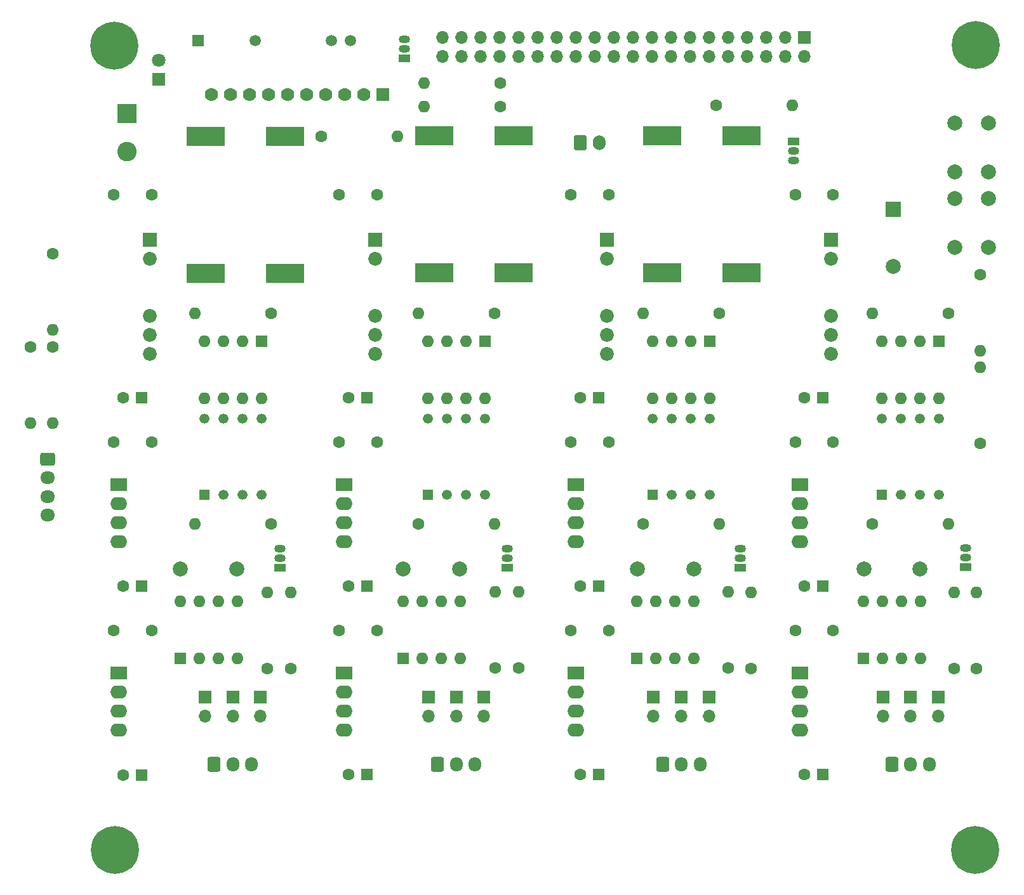
<source format=gbr>
%TF.GenerationSoftware,KiCad,Pcbnew,(6.0.5)*%
%TF.CreationDate,2022-07-22T00:14:58+07:00*%
%TF.ProjectId,MARUKO_Analog,4d415255-4b4f-45f4-916e-616c6f672e6b,rev?*%
%TF.SameCoordinates,Original*%
%TF.FileFunction,Soldermask,Bot*%
%TF.FilePolarity,Negative*%
%FSLAX46Y46*%
G04 Gerber Fmt 4.6, Leading zero omitted, Abs format (unit mm)*
G04 Created by KiCad (PCBNEW (6.0.5)) date 2022-07-22 00:14:58*
%MOMM*%
%LPD*%
G01*
G04 APERTURE LIST*
G04 Aperture macros list*
%AMRoundRect*
0 Rectangle with rounded corners*
0 $1 Rounding radius*
0 $2 $3 $4 $5 $6 $7 $8 $9 X,Y pos of 4 corners*
0 Add a 4 corners polygon primitive as box body*
4,1,4,$2,$3,$4,$5,$6,$7,$8,$9,$2,$3,0*
0 Add four circle primitives for the rounded corners*
1,1,$1+$1,$2,$3*
1,1,$1+$1,$4,$5*
1,1,$1+$1,$6,$7*
1,1,$1+$1,$8,$9*
0 Add four rect primitives between the rounded corners*
20,1,$1+$1,$2,$3,$4,$5,0*
20,1,$1+$1,$4,$5,$6,$7,0*
20,1,$1+$1,$6,$7,$8,$9,0*
20,1,$1+$1,$8,$9,$2,$3,0*%
G04 Aperture macros list end*
%ADD10R,1.600000X1.600000*%
%ADD11O,1.600000X1.600000*%
%ADD12C,1.600000*%
%ADD13R,2.250000X1.750000*%
%ADD14O,2.250000X1.750000*%
%ADD15R,1.500000X1.050000*%
%ADD16O,1.500000X1.050000*%
%ADD17R,2.600000X2.600000*%
%ADD18C,2.600000*%
%ADD19R,1.850000X1.850000*%
%ADD20C,1.850000*%
%ADD21C,0.800000*%
%ADD22C,6.400000*%
%ADD23R,1.700000X1.700000*%
%ADD24O,1.700000X1.700000*%
%ADD25R,2.500000X2.500000*%
%ADD26C,2.000000*%
%ADD27R,1.338000X1.338000*%
%ADD28C,1.338000*%
%ADD29R,1.508000X1.508000*%
%ADD30C,1.508000*%
%ADD31R,2.000000X2.000000*%
%ADD32RoundRect,0.250000X-0.600000X-0.750000X0.600000X-0.750000X0.600000X0.750000X-0.600000X0.750000X0*%
%ADD33O,1.700000X2.000000*%
%ADD34RoundRect,0.250000X-0.725000X0.600000X-0.725000X-0.600000X0.725000X-0.600000X0.725000X0.600000X0*%
%ADD35O,1.950000X1.700000*%
%ADD36RoundRect,0.250000X-0.600000X-0.725000X0.600000X-0.725000X0.600000X0.725000X-0.600000X0.725000X0*%
%ADD37O,1.700000X1.950000*%
%ADD38R,1.800000X1.800000*%
%ADD39C,1.800000*%
%ADD40R,1.778000X1.778000*%
%ADD41C,1.778000*%
G04 APERTURE END LIST*
D10*
%TO.C,U4*%
X80165000Y-122600000D03*
D11*
X82705000Y-122600000D03*
X85245000Y-122600000D03*
X87785000Y-122600000D03*
X87785000Y-114980000D03*
X85245000Y-114980000D03*
X82705000Y-114980000D03*
X80165000Y-114980000D03*
%TD*%
D12*
%TO.C,R19*%
X186900000Y-71320000D03*
D11*
X186900000Y-81480000D03*
%TD*%
D12*
%TO.C,C19*%
X106400000Y-93680936D03*
X101400000Y-93680936D03*
%TD*%
%TO.C,R15*%
X122080000Y-76490184D03*
D11*
X111920000Y-76490184D03*
%TD*%
D12*
%TO.C,R5*%
X172520000Y-104600000D03*
D11*
X182680000Y-104600000D03*
%TD*%
D13*
%TO.C,PS4*%
X72000000Y-124500000D03*
D14*
X72000000Y-127040000D03*
X72000000Y-129580000D03*
X72000000Y-132120000D03*
%TD*%
D15*
%TO.C,Q4*%
X93460000Y-110470000D03*
D16*
X93460000Y-109200000D03*
X93460000Y-107930000D03*
%TD*%
D12*
%TO.C,R3*%
X125300000Y-123870184D03*
D11*
X125300000Y-113710184D03*
%TD*%
D17*
%TO.C,J7*%
X73095000Y-49855000D03*
D18*
X73095000Y-54935000D03*
%TD*%
D19*
%TO.C,PS10*%
X137110000Y-66651312D03*
D20*
X137110000Y-69191312D03*
X137110000Y-76811312D03*
X137110000Y-79351312D03*
X137110000Y-81891312D03*
%TD*%
D21*
%TO.C,H4*%
X186300000Y-43100000D03*
X186300000Y-38300000D03*
D22*
X186300000Y-40700000D03*
D21*
X188700000Y-40700000D03*
X184602944Y-39002944D03*
X187997056Y-42397056D03*
X187997056Y-39002944D03*
X183900000Y-40700000D03*
X184602944Y-42397056D03*
%TD*%
D10*
%TO.C,C14*%
X136005113Y-112935560D03*
D12*
X133505113Y-112935560D03*
%TD*%
D10*
%TO.C,C21*%
X165905113Y-87771124D03*
D12*
X163405113Y-87771124D03*
%TD*%
D23*
%TO.C,JP6*%
X177600000Y-127725184D03*
D24*
X177600000Y-130265184D03*
%TD*%
D12*
%TO.C,R29*%
X122880000Y-48900000D03*
D11*
X112720000Y-48900000D03*
%TD*%
D12*
%TO.C,R18*%
X99020000Y-52900000D03*
D11*
X109180000Y-52900000D03*
%TD*%
D23*
%TO.C,JP9*%
X120700000Y-127720184D03*
D24*
X120700000Y-130260184D03*
%TD*%
D10*
%TO.C,C7*%
X105105113Y-138100000D03*
D12*
X102605113Y-138100000D03*
%TD*%
D23*
%TO.C,JP2*%
X143300000Y-127720184D03*
D24*
X143300000Y-130260184D03*
%TD*%
D12*
%TO.C,R11*%
X122200000Y-123870184D03*
D11*
X122200000Y-113710184D03*
%TD*%
D25*
%TO.C,U17*%
X92921250Y-52900000D03*
X95461250Y-52900000D03*
X84821250Y-52880000D03*
X82281250Y-52880000D03*
X82281250Y-71180000D03*
X84821250Y-71180000D03*
X95461250Y-71200000D03*
X92921250Y-71200000D03*
%TD*%
D12*
%TO.C,R16*%
X92280000Y-76500000D03*
D11*
X82120000Y-76500000D03*
%TD*%
D12*
%TO.C,R33*%
X63200000Y-68520000D03*
D11*
X63200000Y-78680000D03*
%TD*%
D13*
%TO.C,PS5*%
X162857500Y-99325748D03*
D14*
X162857500Y-101865748D03*
X162857500Y-104405748D03*
X162857500Y-106945748D03*
%TD*%
D10*
%TO.C,C24*%
X75047613Y-87780940D03*
D12*
X72547613Y-87780940D03*
%TD*%
D23*
%TO.C,JP8*%
X147000000Y-127720184D03*
D24*
X147000000Y-130260184D03*
%TD*%
D15*
%TO.C,Q5*%
X110060000Y-42470000D03*
D16*
X110060000Y-41200000D03*
X110060000Y-39930000D03*
%TD*%
D26*
%TO.C,C4*%
X87715000Y-110600000D03*
X80215000Y-110600000D03*
%TD*%
D12*
%TO.C,C25*%
X167200000Y-60711316D03*
X162200000Y-60711316D03*
%TD*%
D26*
%TO.C,C2*%
X141150000Y-110590184D03*
X148650000Y-110590184D03*
%TD*%
D12*
%TO.C,C18*%
X137300000Y-93680936D03*
X132300000Y-93680936D03*
%TD*%
D10*
%TO.C,C15*%
X105105113Y-112935560D03*
D12*
X102605113Y-112935560D03*
%TD*%
%TO.C,R10*%
X153300000Y-123870184D03*
D11*
X153300000Y-113710184D03*
%TD*%
D13*
%TO.C,PS1*%
X162857500Y-124490184D03*
D14*
X162857500Y-127030184D03*
X162857500Y-129570184D03*
X162857500Y-132110184D03*
%TD*%
D12*
%TO.C,R9*%
X183400000Y-123880000D03*
D11*
X183400000Y-113720000D03*
%TD*%
D10*
%TO.C,C13*%
X165905113Y-112935560D03*
D12*
X163405113Y-112935560D03*
%TD*%
D27*
%TO.C,U5*%
X173790000Y-100682684D03*
D28*
X176330000Y-100682684D03*
X178870000Y-100682684D03*
X181410000Y-100682684D03*
X181410000Y-90522684D03*
X178870000Y-90522684D03*
X176330000Y-90522684D03*
X173790000Y-90522684D03*
%TD*%
D19*
%TO.C,PS11*%
X106210000Y-66651312D03*
D20*
X106210000Y-69191312D03*
X106210000Y-76811312D03*
X106210000Y-79351312D03*
X106210000Y-81891312D03*
%TD*%
D12*
%TO.C,R30*%
X122880000Y-45800000D03*
D11*
X112720000Y-45800000D03*
%TD*%
D25*
%TO.C,U18*%
X145700000Y-71100000D03*
X143160000Y-71100000D03*
X156340000Y-71120000D03*
X153800000Y-71120000D03*
X156340000Y-52820000D03*
X153800000Y-52820000D03*
X145700000Y-52800000D03*
X143160000Y-52800000D03*
%TD*%
D12*
%TO.C,C11*%
X106400000Y-118845372D03*
X101400000Y-118845372D03*
%TD*%
%TO.C,C12*%
X76342500Y-118855188D03*
X71342500Y-118855188D03*
%TD*%
D21*
%TO.C,H3*%
X187897056Y-146402944D03*
X188600000Y-148100000D03*
X184502944Y-149797056D03*
D22*
X186200000Y-148100000D03*
D21*
X186200000Y-145700000D03*
X184502944Y-146402944D03*
X183800000Y-148100000D03*
X186200000Y-150500000D03*
X187897056Y-149797056D03*
%TD*%
D15*
%TO.C,Q6*%
X161940000Y-53530000D03*
D16*
X161940000Y-54800000D03*
X161940000Y-56070000D03*
%TD*%
D10*
%TO.C,C6*%
X136005113Y-138100000D03*
D12*
X133505113Y-138100000D03*
%TD*%
D29*
%TO.C,K1*%
X82540000Y-40100000D03*
D30*
X90160000Y-40100000D03*
X100320000Y-40100000D03*
X102860000Y-40100000D03*
%TD*%
D10*
%TO.C,C23*%
X105105113Y-87771124D03*
D12*
X102605113Y-87771124D03*
%TD*%
%TO.C,R8*%
X92280000Y-104600000D03*
D11*
X82120000Y-104600000D03*
%TD*%
D12*
%TO.C,R12*%
X91800000Y-123880000D03*
D11*
X91800000Y-113720000D03*
%TD*%
D12*
%TO.C,R17*%
X151620000Y-48700000D03*
D11*
X161780000Y-48700000D03*
%TD*%
D31*
%TO.C,BZ1*%
X175300000Y-62600000D03*
D26*
X175300000Y-70200000D03*
%TD*%
D10*
%TO.C,U11*%
X120800000Y-80190184D03*
D11*
X118260000Y-80190184D03*
X115720000Y-80190184D03*
X113180000Y-80190184D03*
X113180000Y-87810184D03*
X115720000Y-87810184D03*
X118260000Y-87810184D03*
X120800000Y-87810184D03*
%TD*%
D10*
%TO.C,U3*%
X109900000Y-122590184D03*
D11*
X112440000Y-122590184D03*
X114980000Y-122590184D03*
X117520000Y-122590184D03*
X117520000Y-114970184D03*
X114980000Y-114970184D03*
X112440000Y-114970184D03*
X109900000Y-114970184D03*
%TD*%
D21*
%TO.C,H1*%
X73800000Y-40800000D03*
X69000000Y-40800000D03*
X73097056Y-42497056D03*
X69702944Y-42497056D03*
D22*
X71400000Y-40800000D03*
D21*
X71400000Y-38400000D03*
X73097056Y-39102944D03*
X71400000Y-43200000D03*
X69702944Y-39102944D03*
%TD*%
D10*
%TO.C,U9*%
X181400000Y-80190184D03*
D11*
X178860000Y-80190184D03*
X176320000Y-80190184D03*
X173780000Y-80190184D03*
X173780000Y-87810184D03*
X176320000Y-87810184D03*
X178860000Y-87810184D03*
X181400000Y-87810184D03*
%TD*%
D12*
%TO.C,C10*%
X137300000Y-118845372D03*
X132300000Y-118845372D03*
%TD*%
D15*
%TO.C,Q3*%
X123760000Y-110460184D03*
D16*
X123760000Y-109190184D03*
X123760000Y-107920184D03*
%TD*%
D19*
%TO.C,PS12*%
X76152500Y-66661128D03*
D20*
X76152500Y-69201128D03*
X76152500Y-76821128D03*
X76152500Y-79361128D03*
X76152500Y-81901128D03*
%TD*%
D12*
%TO.C,C26*%
X137300000Y-60711316D03*
X132300000Y-60711316D03*
%TD*%
D26*
%TO.C,SW2*%
X183500000Y-61200000D03*
X183500000Y-67700000D03*
X188000000Y-61200000D03*
X188000000Y-67700000D03*
%TD*%
D15*
%TO.C,Q1*%
X184900000Y-110400000D03*
D16*
X184900000Y-109130000D03*
X184900000Y-107860000D03*
%TD*%
D13*
%TO.C,PS6*%
X132957500Y-99325748D03*
D14*
X132957500Y-101865748D03*
X132957500Y-104405748D03*
X132957500Y-106945748D03*
%TD*%
D12*
%TO.C,R31*%
X60200000Y-81020000D03*
D11*
X60200000Y-91180000D03*
%TD*%
D26*
%TO.C,C1*%
X171350000Y-110590184D03*
X178850000Y-110590184D03*
%TD*%
D12*
%TO.C,R7*%
X111920000Y-104600000D03*
D11*
X122080000Y-104600000D03*
%TD*%
D23*
%TO.C,JP10*%
X117000000Y-127720184D03*
D24*
X117000000Y-130260184D03*
%TD*%
D10*
%TO.C,C5*%
X165905113Y-138100000D03*
D12*
X163405113Y-138100000D03*
%TD*%
%TO.C,R6*%
X141920000Y-104600000D03*
D11*
X152080000Y-104600000D03*
%TD*%
D12*
%TO.C,C20*%
X76342500Y-93690752D03*
X71342500Y-93690752D03*
%TD*%
D27*
%TO.C,U6*%
X143190000Y-100682684D03*
D28*
X145730000Y-100682684D03*
X148270000Y-100682684D03*
X150810000Y-100682684D03*
X150810000Y-90522684D03*
X148270000Y-90522684D03*
X145730000Y-90522684D03*
X143190000Y-90522684D03*
%TD*%
D12*
%TO.C,R1*%
X186400000Y-123880000D03*
D11*
X186400000Y-113720000D03*
%TD*%
D12*
%TO.C,R2*%
X156300000Y-123880000D03*
D11*
X156300000Y-113720000D03*
%TD*%
D12*
%TO.C,C17*%
X167200000Y-93680936D03*
X162200000Y-93680936D03*
%TD*%
D23*
%TO.C,JP11*%
X90900000Y-127725000D03*
D24*
X90900000Y-130265000D03*
%TD*%
D21*
%TO.C,H2*%
X69802944Y-149797056D03*
X71500000Y-150500000D03*
X73900000Y-148100000D03*
X69100000Y-148100000D03*
X73197056Y-149797056D03*
X71500000Y-145700000D03*
D22*
X71500000Y-148100000D03*
D21*
X73197056Y-146402944D03*
X69802944Y-146402944D03*
%TD*%
D12*
%TO.C,C27*%
X106400000Y-60711316D03*
X101400000Y-60711316D03*
%TD*%
%TO.C,R20*%
X186900000Y-93880000D03*
D11*
X186900000Y-83720000D03*
%TD*%
D12*
%TO.C,R4*%
X94900000Y-123880000D03*
D11*
X94900000Y-113720000D03*
%TD*%
D23*
%TO.C,JP1*%
X173900000Y-127725184D03*
D24*
X173900000Y-130265184D03*
%TD*%
D23*
%TO.C,JP7*%
X150700000Y-127720184D03*
D24*
X150700000Y-130260184D03*
%TD*%
D13*
%TO.C,PS8*%
X72000000Y-99335564D03*
D14*
X72000000Y-101875564D03*
X72000000Y-104415564D03*
X72000000Y-106955564D03*
%TD*%
D10*
%TO.C,U12*%
X91000000Y-80200000D03*
D11*
X88460000Y-80200000D03*
X85920000Y-80200000D03*
X83380000Y-80200000D03*
X83380000Y-87820000D03*
X85920000Y-87820000D03*
X88460000Y-87820000D03*
X91000000Y-87820000D03*
%TD*%
D12*
%TO.C,R14*%
X152080000Y-76490184D03*
D11*
X141920000Y-76490184D03*
%TD*%
D10*
%TO.C,C8*%
X75047613Y-138109816D03*
D12*
X72547613Y-138109816D03*
%TD*%
D13*
%TO.C,PS3*%
X102057500Y-124490184D03*
D14*
X102057500Y-127030184D03*
X102057500Y-129570184D03*
X102057500Y-132110184D03*
%TD*%
D23*
%TO.C,JP3*%
X113300000Y-127720184D03*
D24*
X113300000Y-130260184D03*
%TD*%
D23*
%TO.C,JP5*%
X181300000Y-127725184D03*
D24*
X181300000Y-130265184D03*
%TD*%
D13*
%TO.C,PS2*%
X132957500Y-124490184D03*
D14*
X132957500Y-127030184D03*
X132957500Y-129570184D03*
X132957500Y-132110184D03*
%TD*%
D32*
%TO.C,J10*%
X133550000Y-53700000D03*
D33*
X136050000Y-53700000D03*
%TD*%
D34*
%TO.C,J11*%
X62525000Y-95950000D03*
D35*
X62525000Y-98450000D03*
X62525000Y-100950000D03*
X62525000Y-103450000D03*
%TD*%
D36*
%TO.C,J5*%
X114500000Y-136665184D03*
D37*
X117000000Y-136665184D03*
X119500000Y-136665184D03*
%TD*%
D10*
%TO.C,U1*%
X171300000Y-122590184D03*
D11*
X173840000Y-122590184D03*
X176380000Y-122590184D03*
X178920000Y-122590184D03*
X178920000Y-114970184D03*
X176380000Y-114970184D03*
X173840000Y-114970184D03*
X171300000Y-114970184D03*
%TD*%
D36*
%TO.C,J6*%
X84700000Y-136675000D03*
D37*
X87200000Y-136675000D03*
X89700000Y-136675000D03*
%TD*%
D12*
%TO.C,R32*%
X63200000Y-81020000D03*
D11*
X63200000Y-91180000D03*
%TD*%
D36*
%TO.C,J3*%
X175100000Y-136665184D03*
D37*
X177600000Y-136665184D03*
X180100000Y-136665184D03*
%TD*%
D10*
%TO.C,U2*%
X141100000Y-122590184D03*
D11*
X143640000Y-122590184D03*
X146180000Y-122590184D03*
X148720000Y-122590184D03*
X148720000Y-114970184D03*
X146180000Y-114970184D03*
X143640000Y-114970184D03*
X141100000Y-114970184D03*
%TD*%
D15*
%TO.C,Q2*%
X154900000Y-110460184D03*
D16*
X154900000Y-109190184D03*
X154900000Y-107920184D03*
%TD*%
D10*
%TO.C,C22*%
X136005113Y-87771124D03*
D12*
X133505113Y-87771124D03*
%TD*%
%TO.C,C9*%
X167200000Y-118845372D03*
X162200000Y-118845372D03*
%TD*%
%TO.C,R13*%
X182680000Y-76490184D03*
D11*
X172520000Y-76490184D03*
%TD*%
D25*
%TO.C,U16*%
X112760000Y-71100000D03*
X115300000Y-71100000D03*
X123400000Y-71120000D03*
X125940000Y-71120000D03*
X123400000Y-52820000D03*
X125940000Y-52820000D03*
X112760000Y-52800000D03*
X115300000Y-52800000D03*
%TD*%
D36*
%TO.C,J4*%
X144500000Y-136665184D03*
D37*
X147000000Y-136665184D03*
X149500000Y-136665184D03*
%TD*%
D19*
%TO.C,PS9*%
X167010000Y-66651312D03*
D20*
X167010000Y-69191312D03*
X167010000Y-76811312D03*
X167010000Y-79351312D03*
X167010000Y-81891312D03*
%TD*%
D13*
%TO.C,PS7*%
X102057500Y-99325748D03*
D14*
X102057500Y-101865748D03*
X102057500Y-104405748D03*
X102057500Y-106945748D03*
%TD*%
D10*
%TO.C,C16*%
X75047613Y-112945376D03*
D12*
X72547613Y-112945376D03*
%TD*%
D23*
%TO.C,JP12*%
X87200000Y-127725000D03*
D24*
X87200000Y-130265000D03*
%TD*%
D38*
%TO.C,D1*%
X77300000Y-45275000D03*
D39*
X77300000Y-42735000D03*
%TD*%
D23*
%TO.C,J1*%
X163460000Y-39700000D03*
D24*
X163460000Y-42240000D03*
X160920000Y-39700000D03*
X160920000Y-42240000D03*
X158380000Y-39700000D03*
X158380000Y-42240000D03*
X155840000Y-39700000D03*
X155840000Y-42240000D03*
X153300000Y-39700000D03*
X153300000Y-42240000D03*
X150760000Y-39700000D03*
X150760000Y-42240000D03*
X148220000Y-39700000D03*
X148220000Y-42240000D03*
X145680000Y-39700000D03*
X145680000Y-42240000D03*
X143140000Y-39700000D03*
X143140000Y-42240000D03*
X140600000Y-39700000D03*
X140600000Y-42240000D03*
X138060000Y-39700000D03*
X138060000Y-42240000D03*
X135520000Y-39700000D03*
X135520000Y-42240000D03*
X132980000Y-39700000D03*
X132980000Y-42240000D03*
X130440000Y-39700000D03*
X130440000Y-42240000D03*
X127900000Y-39700000D03*
X127900000Y-42240000D03*
X125360000Y-39700000D03*
X125360000Y-42240000D03*
X122820000Y-39700000D03*
X122820000Y-42240000D03*
X120280000Y-39700000D03*
X120280000Y-42240000D03*
X117740000Y-39700000D03*
X117740000Y-42240000D03*
X115200000Y-39700000D03*
X115200000Y-42240000D03*
%TD*%
D10*
%TO.C,U10*%
X150800000Y-80190184D03*
D11*
X148260000Y-80190184D03*
X145720000Y-80190184D03*
X143180000Y-80190184D03*
X143180000Y-87810184D03*
X145720000Y-87810184D03*
X148260000Y-87810184D03*
X150800000Y-87810184D03*
%TD*%
D26*
%TO.C,C3*%
X117450000Y-110590184D03*
X109950000Y-110590184D03*
%TD*%
D27*
%TO.C,U8*%
X83390000Y-100692500D03*
D28*
X85930000Y-100692500D03*
X88470000Y-100692500D03*
X91010000Y-100692500D03*
X91010000Y-90532500D03*
X88470000Y-90532500D03*
X85930000Y-90532500D03*
X83390000Y-90532500D03*
%TD*%
D26*
%TO.C,SW1*%
X183500000Y-51100000D03*
X183500000Y-57600000D03*
X188000000Y-51100000D03*
X188000000Y-57600000D03*
%TD*%
D12*
%TO.C,C28*%
X76342500Y-60711316D03*
X71342500Y-60711316D03*
%TD*%
D23*
%TO.C,JP4*%
X83500000Y-127725000D03*
D24*
X83500000Y-130265000D03*
%TD*%
D27*
%TO.C,U7*%
X113190000Y-100682684D03*
D28*
X115730000Y-100682684D03*
X118270000Y-100682684D03*
X120810000Y-100682684D03*
X120810000Y-90522684D03*
X118270000Y-90522684D03*
X115730000Y-90522684D03*
X113190000Y-90522684D03*
%TD*%
D40*
%TO.C,U13*%
X107201500Y-47332500D03*
D41*
X104661500Y-47332500D03*
X102121500Y-47332500D03*
X99581500Y-47332500D03*
X97041500Y-47332500D03*
X94501500Y-47332500D03*
X91961500Y-47332500D03*
X89421500Y-47332500D03*
X86881500Y-47332500D03*
X84341500Y-47332500D03*
%TD*%
M02*

</source>
